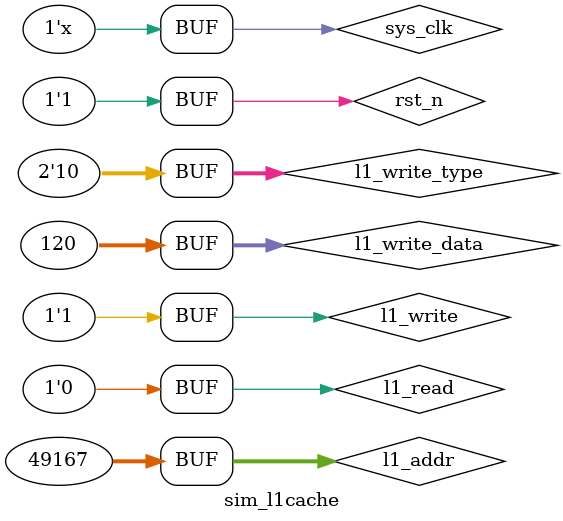
<source format=v>
`timescale 1ns / 1ps


module sim_l1cache();
    reg sys_clk;
    reg rst_n;
    
    always #5 sys_clk = ~sys_clk;

    reg l1_read;
    reg [31:0] l1_addr;
    reg l1_write;
    reg [1:0] l1_write_type;
    reg [31:0] l1_write_data;

    wire [31:0] l1_data_o;
    wire stall;

    wire l1_mmu_req;
    wire l1_mmu_req_read;
    wire l1_mmu_req_write;
    wire [31:0] l1_mmu_req_addr;
    wire [31:0] l1_mmu_write_data;

    reg mmu_l1_read_done;
    reg mmu_l1_write_done;
    reg [31:0] mmu_l1_read_data;
    
    initial begin 
        sys_clk = 0;
        rst_n = 0;
        l1_read = 0;
        l1_addr = 32'b0;
        l1_write = 0;
        l1_write_type = 2'b0;
        l1_write_data = 32'b0;

        mmu_l1_read_done = 0;
        mmu_l1_write_done = 0;
        mmu_l1_read_data = 32'b0;

        #8 rst_n = 1;
    end
    
    always @(posedge sys_clk) begin
        if (l1_mmu_req) begin
            if (l1_mmu_req_read) begin
                mmu_l1_read_done <= 1;
                mmu_l1_read_data <= l1_mmu_req_addr + 32'h00000001;
            end else begin
                mmu_l1_write_done <= 1;
            end
        end else begin
            mmu_l1_read_done <= 0;
            mmu_l1_write_done <= 0;
            mmu_l1_read_data <= 32'b0;
        end
    end

    initial begin
        #15 
        l1_read = 1;
        l1_addr = 32'b1111_00000_00011_11;

        #40 
        l1_read = 0;

        #40 
        l1_read = 1;
        l1_addr = 32'b1100_00000_00011_11;

        #40 
        l1_read = 0;
        l1_write = 1;
        l1_addr = 32'b1100_00000_00011_11;
        l1_write_data = 32'hAAAABBBB;

        #40 
        l1_read = 1;
        l1_write = 0;
        l1_addr = 32'b1111_00000_00011_11;
        l1_write_data = 0;

        #40
        l1_read = 1;
        l1_write = 0;
        l1_addr = 32'b1100_00000_00011_10;

        #40
        l1_read = 0;
        l1_write = 1;
        l1_write_type = 2'b01;
        l1_addr = 32'b1100_00000_00011_00;
        l1_write_data = 32'H0000ABCD;

        #40
        l1_addr = 32'b1100_00000_00011_10;
        l1_write_data = 32'H0000FFFF;

        #40
        l1_write_type = 2'b10;
        l1_addr = 32'b1100_00000_00011_00;
        l1_write_data = 32'H00000012;
        
        #40
        l1_addr = 32'b1100_00000_00011_01;
        l1_write_data = 32'H00000034;

        #40
        l1_addr = 32'b1100_00000_00011_10;
        l1_write_data = 32'H00000056;

        #40
        l1_addr = 32'b1100_00000_00011_11;
        l1_write_data = 32'H00000078;

    end

    l1cache l1cache_s(
        .sys_clk(sys_clk),
        .rst_n(rst_n),

        .l1_read(l1_read),
        .l1_addr(l1_addr),
        .l1_write(l1_write),
        .l1_write_type(l1_write_type),
        .l1_write_data(l1_write_data),
        
        .l1_data_o(l1_data_o),
        .stall(stall),
        
        .l1_mmu_req(l1_mmu_req),
        .l1_mmu_req_read(l1_mmu_req_read),
        .l1_mmu_req_write(l1_mmu_req_write),
        .l1_mmu_req_addr(l1_mmu_req_addr),
        .l1_mmu_write_data(l1_mmu_write_data),

        .mmu_l1_read_done(mmu_l1_read_done),
        .mmu_l1_write_done(mmu_l1_write_done),
        .mmu_l1_read_data(mmu_l1_read_data)
    );

endmodule

</source>
